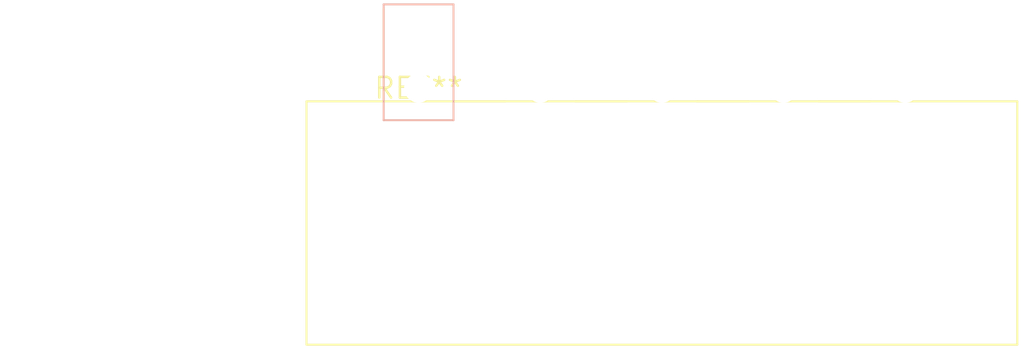
<source format=kicad_pcb>
(kicad_pcb (version 20240108) (generator pcbnew)
  (layers (0 "F.Cu" signal) (31 "B.Cu" signal) (34 "B.Paste" user) (35 "F.Paste" user) (36 "B.SilkS" user "B.Silkscreen") (37 "F.SilkS" user "F.Silkscreen") (38 "B.Mask" user) (39 "F.Mask" user) (44 "Edge.Cuts" user))
  (net 0 "")
  (footprint "Molex_Sabre_46007-1105_1x05_P7.49mm_Horizontal" (layer "F.Cu") (at 0 0)
    (property "Reference" "REF**")
    (property "Value" "Molex_Sabre_46007-1105_1x05_P7.49mm_Horizontal")
    (fp_line (start -2.15 -5.155) (end -2.15 1.975) (layer "B.SilkS") (stroke (width 0.12)))
    (fp_line (start -2.15 1.975) (end 2.15 1.975) (layer "B.SilkS") (stroke (width 0.12)))
    (fp_line (start 2.15 -5.155) (end -2.15 -5.155) (layer "B.SilkS") (stroke (width 0.12)))
    (fp_line (start 2.15 1.975) (end 2.15 -5.155) (layer "B.SilkS") (stroke (width 0.12)))
    (fp_line (start -6.9 0.815) (end -6.9 15.795) (layer "F.SilkS") (stroke (width 0.12)))
    (fp_line (start -6.9 15.795) (end 36.86 15.795) (layer "F.SilkS") (stroke (width 0.12)))
    (fp_line (start -2.15 0.815) (end -2.15 -4.895) (layer "F.SilkS") (stroke (width 0.12)))
    (fp_line (start 2.15 0.815) (end 5.34 0.815) (layer "F.SilkS") (stroke (width 0.12)))
    (fp_line (start 9.64 0.815) (end 12.83 0.815) (layer "F.SilkS") (stroke (width 0.12)))
    (fp_line (start 17.13 0.815) (end 20.32 0.815) (layer "F.SilkS") (stroke (width 0.12)))
    (fp_line (start 24.62 0.815) (end 27.81 0.815) (layer "F.SilkS") (stroke (width 0.12)))
    (fp_line (start 36.86 0.815) (end -6.9 0.815) (layer "F.SilkS") (stroke (width 0.12)))
    (fp_line (start 36.86 15.795) (end 36.86 0.815) (layer "F.SilkS") (stroke (width 0.12)))
    (pad "1" thru_hole rect (at 0 -3.18) (size 3.78 3.43) (drill 1.78) (layers *.Cu *.Mask) (remove_unused_layers))
    (pad "1" thru_hole rect (at 0 0) (size 3.78 3.43) (drill 1.78) (layers *.Cu *.Mask) (remove_unused_layers))
    (pad "2" thru_hole rect (at 7.49 -3.18) (size 3.78 3.43) (drill 1.78) (layers *.Cu *.Mask) (remove_unused_layers))
    (pad "2" thru_hole rect (at 7.49 0) (size 3.78 3.43) (drill 1.78) (layers *.Cu *.Mask) (remove_unused_layers))
    (pad "3" thru_hole rect (at 14.98 -3.18) (size 3.78 3.43) (drill 1.78) (layers *.Cu *.Mask) (remove_unused_layers))
    (pad "3" thru_hole rect (at 14.98 0) (size 3.78 3.43) (drill 1.78) (layers *.Cu *.Mask) (remove_unused_layers))
    (pad "4" thru_hole rect (at 22.47 -3.18) (size 3.78 3.43) (drill 1.78) (layers *.Cu *.Mask) (remove_unused_layers))
    (pad "4" thru_hole rect (at 22.47 0) (size 3.78 3.43) (drill 1.78) (layers *.Cu *.Mask) (remove_unused_layers))
    (pad "5" thru_hole rect (at 29.96 -3.18) (size 3.78 3.43) (drill 1.78) (layers *.Cu *.Mask) (remove_unused_layers))
    (pad "5" thru_hole rect (at 29.96 0) (size 3.78 3.43) (drill 1.78) (layers *.Cu *.Mask) (remove_unused_layers))
  )
)
</source>
